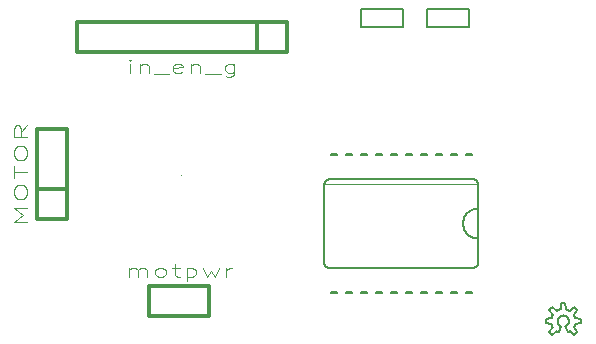
<source format=gto>
G04 ( created by brdgerber.py ( brdgerber.py v0.1 2014-03-12 ) ) date 2020-11-08 23:19:48 EST*
G04 Gerber Fmt 3.4, Leading zero omitted, Abs format*
%MOIN*%
%FSLAX34Y34*%
G01*
G70*
G90*
G04 APERTURE LIST*
%ADD20C,0.1500*%
%ADD23C,0.0059*%
%ADD11C,0.0000*%
%ADD24C,0.0472*%
%ADD21R,0.0629X0.0709*%
%ADD19R,0.0472X0.0275*%
%ADD17C,0.0120*%
%ADD15R,0.0550X0.0550*%
%ADD14C,0.0050*%
%ADD13C,0.0020*%
%ADD12C,0.0060*%
%ADD25C,0.0100*%
%ADD16C,0.0550*%
%ADD22C,0.0200*%
%ADD10R,0.0260X0.0800*%
%ADD18R,0.0709X0.0629*%
G04 APERTURE END LIST*
G54D20*
D12*
G01X04640Y14880D02*
G01X09460Y14880D01*
D12*
G01X04640Y17820D02*
G01X04636Y17820D01*
G01X04633Y17820D01*
G01X04629Y17820D01*
G01X04625Y17819D01*
G01X04622Y17819D01*
G01X04618Y17818D01*
G01X04614Y17818D01*
G01X04611Y17817D01*
G01X04607Y17816D01*
G01X04604Y17816D01*
G01X04600Y17815D01*
G01X04596Y17814D01*
G01X04593Y17812D01*
G01X04589Y17811D01*
G01X04586Y17810D01*
G01X04583Y17809D01*
G01X04579Y17807D01*
G01X04576Y17806D01*
G01X04573Y17804D01*
G01X04569Y17802D01*
G01X04566Y17801D01*
G01X04563Y17799D01*
G01X04560Y17797D01*
G01X04557Y17795D01*
G01X04554Y17793D01*
G01X04551Y17790D01*
G01X04548Y17788D01*
G01X04545Y17786D01*
G01X04542Y17784D01*
G01X04539Y17781D01*
G01X04537Y17779D01*
G01X04534Y17776D01*
G01X04531Y17773D01*
G01X04529Y17771D01*
G01X04526Y17768D01*
G01X04524Y17765D01*
G01X04522Y17762D01*
G01X04520Y17759D01*
G01X04517Y17756D01*
G01X04515Y17753D01*
G01X04513Y17750D01*
G01X04511Y17747D01*
G01X04509Y17744D01*
G01X04508Y17741D01*
G01X04506Y17737D01*
G01X04504Y17734D01*
G01X04503Y17731D01*
G01X04501Y17727D01*
G01X04500Y17724D01*
G01X04499Y17721D01*
G01X04498Y17717D01*
G01X04496Y17714D01*
G01X04495Y17710D01*
G01X04494Y17706D01*
G01X04494Y17703D01*
G01X04493Y17699D01*
G01X04492Y17696D01*
G01X04492Y17692D01*
G01X04491Y17688D01*
G01X04491Y17685D01*
G01X04490Y17681D01*
G01X04490Y17677D01*
G01X04490Y17674D01*
G01X04490Y17670D01*
D12*
G01X09610Y15030D02*
G01X09610Y15026D01*
G01X09610Y15023D01*
G01X09610Y15019D01*
G01X09609Y15015D01*
G01X09609Y15012D01*
G01X09608Y15008D01*
G01X09608Y15004D01*
G01X09607Y15001D01*
G01X09606Y14997D01*
G01X09606Y14994D01*
G01X09605Y14990D01*
G01X09604Y14986D01*
G01X09602Y14983D01*
G01X09601Y14979D01*
G01X09600Y14976D01*
G01X09599Y14973D01*
G01X09597Y14969D01*
G01X09596Y14966D01*
G01X09594Y14963D01*
G01X09592Y14959D01*
G01X09591Y14956D01*
G01X09589Y14953D01*
G01X09587Y14950D01*
G01X09585Y14947D01*
G01X09583Y14944D01*
G01X09580Y14941D01*
G01X09578Y14938D01*
G01X09576Y14935D01*
G01X09574Y14932D01*
G01X09571Y14929D01*
G01X09569Y14927D01*
G01X09566Y14924D01*
G01X09563Y14921D01*
G01X09561Y14919D01*
G01X09558Y14916D01*
G01X09555Y14914D01*
G01X09552Y14912D01*
G01X09549Y14910D01*
G01X09546Y14907D01*
G01X09543Y14905D01*
G01X09540Y14903D01*
G01X09537Y14901D01*
G01X09534Y14899D01*
G01X09531Y14898D01*
G01X09527Y14896D01*
G01X09524Y14894D01*
G01X09521Y14893D01*
G01X09517Y14891D01*
G01X09514Y14890D01*
G01X09511Y14889D01*
G01X09507Y14888D01*
G01X09504Y14886D01*
G01X09500Y14885D01*
G01X09496Y14884D01*
G01X09493Y14884D01*
G01X09489Y14883D01*
G01X09486Y14882D01*
G01X09482Y14882D01*
G01X09478Y14881D01*
G01X09475Y14881D01*
G01X09471Y14880D01*
G01X09467Y14880D01*
G01X09464Y14880D01*
G01X09460Y14880D01*
D12*
G01X04640Y14880D02*
G01X04636Y14880D01*
G01X04633Y14880D01*
G01X04629Y14880D01*
G01X04625Y14881D01*
G01X04622Y14881D01*
G01X04618Y14882D01*
G01X04614Y14882D01*
G01X04611Y14883D01*
G01X04607Y14884D01*
G01X04604Y14884D01*
G01X04600Y14885D01*
G01X04596Y14886D01*
G01X04593Y14888D01*
G01X04589Y14889D01*
G01X04586Y14890D01*
G01X04583Y14891D01*
G01X04579Y14893D01*
G01X04576Y14894D01*
G01X04573Y14896D01*
G01X04569Y14898D01*
G01X04566Y14899D01*
G01X04563Y14901D01*
G01X04560Y14903D01*
G01X04557Y14905D01*
G01X04554Y14907D01*
G01X04551Y14910D01*
G01X04548Y14912D01*
G01X04545Y14914D01*
G01X04542Y14916D01*
G01X04539Y14919D01*
G01X04537Y14921D01*
G01X04534Y14924D01*
G01X04531Y14927D01*
G01X04529Y14929D01*
G01X04526Y14932D01*
G01X04524Y14935D01*
G01X04522Y14938D01*
G01X04520Y14941D01*
G01X04517Y14944D01*
G01X04515Y14947D01*
G01X04513Y14950D01*
G01X04511Y14953D01*
G01X04509Y14956D01*
G01X04508Y14959D01*
G01X04506Y14963D01*
G01X04504Y14966D01*
G01X04503Y14969D01*
G01X04501Y14973D01*
G01X04500Y14976D01*
G01X04499Y14979D01*
G01X04498Y14983D01*
G01X04496Y14986D01*
G01X04495Y14990D01*
G01X04494Y14994D01*
G01X04494Y14997D01*
G01X04493Y15001D01*
G01X04492Y15004D01*
G01X04492Y15008D01*
G01X04491Y15012D01*
G01X04491Y15015D01*
G01X04490Y15019D01*
G01X04490Y15023D01*
G01X04490Y15026D01*
G01X04490Y15030D01*
D12*
G01X09610Y17670D02*
G01X09610Y17674D01*
G01X09610Y17677D01*
G01X09610Y17681D01*
G01X09609Y17685D01*
G01X09609Y17688D01*
G01X09608Y17692D01*
G01X09608Y17696D01*
G01X09607Y17699D01*
G01X09606Y17703D01*
G01X09606Y17706D01*
G01X09605Y17710D01*
G01X09604Y17714D01*
G01X09602Y17717D01*
G01X09601Y17721D01*
G01X09600Y17724D01*
G01X09599Y17727D01*
G01X09597Y17731D01*
G01X09596Y17734D01*
G01X09594Y17737D01*
G01X09592Y17741D01*
G01X09591Y17744D01*
G01X09589Y17747D01*
G01X09587Y17750D01*
G01X09585Y17753D01*
G01X09583Y17756D01*
G01X09580Y17759D01*
G01X09578Y17762D01*
G01X09576Y17765D01*
G01X09574Y17768D01*
G01X09571Y17771D01*
G01X09569Y17773D01*
G01X09566Y17776D01*
G01X09563Y17779D01*
G01X09561Y17781D01*
G01X09558Y17784D01*
G01X09555Y17786D01*
G01X09552Y17788D01*
G01X09549Y17790D01*
G01X09546Y17793D01*
G01X09543Y17795D01*
G01X09540Y17797D01*
G01X09537Y17799D01*
G01X09534Y17801D01*
G01X09531Y17802D01*
G01X09527Y17804D01*
G01X09524Y17806D01*
G01X09521Y17807D01*
G01X09517Y17809D01*
G01X09514Y17810D01*
G01X09511Y17811D01*
G01X09507Y17812D01*
G01X09504Y17814D01*
G01X09500Y17815D01*
G01X09496Y17816D01*
G01X09493Y17816D01*
G01X09489Y17817D01*
G01X09486Y17818D01*
G01X09482Y17818D01*
G01X09478Y17819D01*
G01X09475Y17819D01*
G01X09471Y17820D01*
G01X09467Y17820D01*
G01X09464Y17820D01*
G01X09460Y17820D01*
D12*
G01X09460Y17820D02*
G01X04640Y17820D01*
D12*
G01X04490Y17670D02*
G01X04490Y15030D01*
D12*
G01X09610Y15030D02*
G01X09610Y15850D01*
D12*
G01X09610Y15850D02*
G01X09610Y16850D01*
D12*
G01X09610Y16850D02*
G01X09610Y17670D01*
D13*
G01X09600Y17680D02*
G01X04500Y17680D01*
D12*
G01X09610Y15850D02*
G01X09585Y15851D01*
G01X09561Y15852D01*
G01X09537Y15855D01*
G01X09512Y15860D01*
G01X09489Y15865D01*
G01X09465Y15872D01*
G01X09442Y15879D01*
G01X09419Y15888D01*
G01X09396Y15898D01*
G01X09374Y15909D01*
G01X09353Y15921D01*
G01X09332Y15934D01*
G01X09312Y15948D01*
G01X09293Y15963D01*
G01X09274Y15980D01*
G01X09256Y15996D01*
G01X09240Y16014D01*
G01X09223Y16033D01*
G01X09208Y16052D01*
G01X09194Y16072D01*
G01X09181Y16093D01*
G01X09169Y16114D01*
G01X09158Y16136D01*
G01X09148Y16159D01*
G01X09139Y16182D01*
G01X09132Y16205D01*
G01X09125Y16229D01*
G01X09120Y16252D01*
G01X09115Y16277D01*
G01X09112Y16301D01*
G01X09111Y16325D01*
G01X09110Y16350D01*
G01X09111Y16375D01*
G01X09112Y16399D01*
G01X09115Y16423D01*
G01X09120Y16448D01*
G01X09125Y16471D01*
G01X09132Y16495D01*
G01X09139Y16518D01*
G01X09148Y16541D01*
G01X09158Y16564D01*
G01X09169Y16586D01*
G01X09181Y16607D01*
G01X09194Y16628D01*
G01X09208Y16648D01*
G01X09223Y16667D01*
G01X09240Y16686D01*
G01X09256Y16704D01*
G01X09274Y16720D01*
G01X09293Y16737D01*
G01X09312Y16752D01*
G01X09332Y16766D01*
G01X09353Y16779D01*
G01X09374Y16791D01*
G01X09396Y16802D01*
G01X09419Y16812D01*
G01X09442Y16821D01*
G01X09465Y16828D01*
G01X09489Y16835D01*
G01X09512Y16840D01*
G01X09537Y16845D01*
G01X09561Y16848D01*
G01X09585Y16849D01*
G01X09610Y16850D01*
D14*
G01X09400Y18670D02*
G01X09200Y18670D01*
D14*
G01X09200Y18670D02*
G01X09200Y18620D01*
D14*
G01X09200Y18620D02*
G01X09400Y18620D01*
D14*
G01X09400Y18620D02*
G01X09400Y18670D01*
D14*
G01X08900Y18670D02*
G01X08700Y18670D01*
D14*
G01X08700Y18670D02*
G01X08700Y18620D01*
D14*
G01X08700Y18620D02*
G01X08900Y18620D01*
D14*
G01X08900Y18620D02*
G01X08900Y18670D01*
D14*
G01X08400Y18670D02*
G01X08200Y18670D01*
D14*
G01X08200Y18670D02*
G01X08200Y18620D01*
D14*
G01X08200Y18620D02*
G01X08400Y18620D01*
D14*
G01X08400Y18620D02*
G01X08400Y18670D01*
D14*
G01X07900Y18670D02*
G01X07700Y18670D01*
D14*
G01X07700Y18670D02*
G01X07700Y18620D01*
D14*
G01X07700Y18620D02*
G01X07900Y18620D01*
D14*
G01X07900Y18620D02*
G01X07900Y18670D01*
D14*
G01X07400Y18670D02*
G01X07200Y18670D01*
D14*
G01X07200Y18670D02*
G01X07200Y18620D01*
D14*
G01X07200Y18620D02*
G01X07400Y18620D01*
D14*
G01X07400Y18620D02*
G01X07400Y18670D01*
D14*
G01X06900Y18670D02*
G01X06700Y18670D01*
D14*
G01X06700Y18670D02*
G01X06700Y18620D01*
D14*
G01X06700Y18620D02*
G01X06900Y18620D01*
D14*
G01X06900Y18620D02*
G01X06900Y18670D01*
D14*
G01X06400Y18670D02*
G01X06200Y18670D01*
D14*
G01X06200Y18670D02*
G01X06200Y18620D01*
D14*
G01X06200Y18620D02*
G01X06400Y18620D01*
D14*
G01X06400Y18620D02*
G01X06400Y18670D01*
D14*
G01X05900Y18670D02*
G01X05700Y18670D01*
D14*
G01X05700Y18670D02*
G01X05700Y18620D01*
D14*
G01X05700Y18620D02*
G01X05900Y18620D01*
D14*
G01X05900Y18620D02*
G01X05900Y18670D01*
D14*
G01X09400Y14080D02*
G01X09200Y14080D01*
D14*
G01X09200Y14080D02*
G01X09200Y14030D01*
D14*
G01X09200Y14030D02*
G01X09400Y14030D01*
D14*
G01X09400Y14030D02*
G01X09400Y14080D01*
D14*
G01X08900Y14080D02*
G01X08700Y14080D01*
D14*
G01X08700Y14080D02*
G01X08700Y14030D01*
D14*
G01X08700Y14030D02*
G01X08900Y14030D01*
D14*
G01X08900Y14030D02*
G01X08900Y14080D01*
D14*
G01X08400Y14080D02*
G01X08200Y14080D01*
D14*
G01X08200Y14080D02*
G01X08200Y14030D01*
D14*
G01X08200Y14030D02*
G01X08400Y14030D01*
D14*
G01X08400Y14030D02*
G01X08400Y14080D01*
D14*
G01X07900Y14080D02*
G01X07700Y14080D01*
D14*
G01X07700Y14080D02*
G01X07700Y14030D01*
D14*
G01X07700Y14030D02*
G01X07900Y14030D01*
D14*
G01X07900Y14030D02*
G01X07900Y14080D01*
D14*
G01X07400Y14080D02*
G01X07200Y14080D01*
D14*
G01X07200Y14080D02*
G01X07200Y14030D01*
D14*
G01X07200Y14030D02*
G01X07400Y14030D01*
D14*
G01X07400Y14030D02*
G01X07400Y14080D01*
D14*
G01X06900Y14080D02*
G01X06700Y14080D01*
D14*
G01X06700Y14080D02*
G01X06700Y14030D01*
D14*
G01X06700Y14030D02*
G01X06900Y14030D01*
D14*
G01X06900Y14030D02*
G01X06900Y14080D01*
D14*
G01X06400Y14080D02*
G01X06200Y14080D01*
D14*
G01X06200Y14080D02*
G01X06200Y14030D01*
D14*
G01X06200Y14030D02*
G01X06400Y14030D01*
D14*
G01X06400Y14030D02*
G01X06400Y14080D01*
D14*
G01X05900Y14080D02*
G01X05700Y14080D01*
D14*
G01X05700Y14080D02*
G01X05700Y14030D01*
D14*
G01X05700Y14030D02*
G01X05900Y14030D01*
D14*
G01X05900Y14030D02*
G01X05900Y14080D01*
D14*
G01X05400Y14080D02*
G01X05200Y14080D01*
D14*
G01X05200Y14080D02*
G01X05200Y14030D01*
D14*
G01X05200Y14030D02*
G01X05400Y14030D01*
D14*
G01X05400Y14030D02*
G01X05400Y14080D01*
D14*
G01X04900Y14080D02*
G01X04700Y14080D01*
D14*
G01X04700Y14080D02*
G01X04700Y14030D01*
D14*
G01X04700Y14030D02*
G01X04900Y14030D01*
D14*
G01X04900Y14030D02*
G01X04900Y14080D01*
D14*
G01X05400Y18670D02*
G01X05200Y18670D01*
D14*
G01X05200Y18670D02*
G01X05200Y18620D01*
D14*
G01X05200Y18620D02*
G01X05400Y18620D01*
D14*
G01X05400Y18620D02*
G01X05400Y18670D01*
D14*
G01X04900Y18670D02*
G01X04700Y18670D01*
D14*
G01X04700Y18670D02*
G01X04700Y18620D01*
D14*
G01X04700Y18620D02*
G01X04900Y18620D01*
D14*
G01X04900Y18620D02*
G01X04900Y18670D01*
D17*
G01X03250Y22050D02*
G01X03250Y22050D01*
D17*
G01X03250Y22050D02*
G01X-03750Y22050D01*
D17*
G01X-03750Y22050D02*
G01X-03750Y23050D01*
D17*
G01X-03750Y23050D02*
G01X03250Y23050D01*
D17*
G01X03250Y23050D02*
G01X03250Y22050D01*
D17*
G01X02250Y23050D02*
G01X02250Y23050D01*
D17*
G01X02250Y23050D02*
G01X02250Y22050D01*
D11*
G01X-01985Y21377D02*
G01X-01985Y21662D01*
D11*
G01X-01985Y21805D02*
G01X-02017Y21784D01*
G01X-01985Y21764D01*
G01X-01953Y21784D01*
G01X-01985Y21805D01*
G01X-01985Y21764D01*
D11*
G01X-01661Y21662D02*
G01X-01661Y21377D01*
D11*
G01X-01661Y21621D02*
G01X-01628Y21642D01*
G01X-01563Y21662D01*
G01X-01466Y21662D01*
G01X-01401Y21642D01*
G01X-01369Y21601D01*
G01X-01369Y21377D01*
D11*
G01X-01207Y21336D02*
G01X-00688Y21336D01*
D11*
G01X-00266Y21397D02*
G01X-00331Y21377D01*
G01X-00461Y21377D01*
G01X-00526Y21397D01*
G01X-00558Y21438D01*
G01X-00558Y21601D01*
G01X-00526Y21642D01*
G01X-00461Y21662D01*
G01X-00331Y21662D01*
G01X-00266Y21642D01*
G01X-00234Y21601D01*
G01X-00234Y21560D01*
G01X-00558Y21519D01*
D11*
G01X00058Y21662D02*
G01X00058Y21377D01*
D11*
G01X00058Y21621D02*
G01X00091Y21642D01*
G01X00155Y21662D01*
G01X00253Y21662D01*
G01X00318Y21642D01*
G01X00350Y21601D01*
G01X00350Y21377D01*
D11*
G01X00512Y21336D02*
G01X01031Y21336D01*
D11*
G01X01485Y21662D02*
G01X01485Y21316D01*
G01X01452Y21275D01*
G01X01420Y21254D01*
G01X01355Y21234D01*
G01X01258Y21234D01*
G01X01193Y21254D01*
D11*
G01X01485Y21397D02*
G01X01420Y21377D01*
G01X01290Y21377D01*
G01X01226Y21397D01*
G01X01193Y21418D01*
G01X01161Y21458D01*
G01X01161Y21581D01*
G01X01193Y21621D01*
G01X01226Y21642D01*
G01X01290Y21662D01*
G01X01420Y21662D01*
G01X01485Y21642D01*
D14*
G01X05700Y23500D02*
G01X07100Y23500D01*
D14*
G01X07100Y23500D02*
G01X07100Y22900D01*
D14*
G01X07100Y22900D02*
G01X05700Y22900D01*
D14*
G01X05700Y22900D02*
G01X05700Y23500D01*
D11*
G01X-00300Y17950D02*
G01X-00300Y17950D01*
G01X-00300Y17950D01*
G01X-00300Y17950D01*
G01X-00300Y17950D01*
G01X-00300Y17950D01*
G01X-00300Y17950D01*
G01X-00300Y17950D01*
G01X-00300Y17950D01*
G01X-00300Y17950D01*
G01X-00300Y17950D01*
G01X-00300Y17950D01*
G01X-00300Y17950D01*
G01X-00300Y17950D01*
G01X-00300Y17950D01*
G01X-00300Y17950D01*
D11*
G01X-00300Y17950D02*
G01X-00300Y17950D01*
G01X-00300Y17950D01*
G01X-00300Y17950D01*
G01X-00300Y17950D01*
G01X-00300Y17950D01*
G01X-00300Y17950D01*
G01X-00300Y17950D01*
G01X-00300Y17950D01*
G01X-00300Y17950D01*
G01X-00300Y17950D01*
G01X-00300Y17950D01*
D11*
G01X-00300Y17950D02*
G01X-00300Y17950D01*
D11*
G01X-00300Y17950D02*
G01X-00300Y17950D01*
G01X-00300Y17950D01*
G01X-00300Y17950D01*
G01X-00300Y17950D01*
D11*
G01X-00300Y17950D02*
G01X-00300Y17950D01*
G01X-00300Y17950D01*
G01X-00300Y17950D01*
G01X-00300Y17950D01*
G01X-00300Y17950D01*
G01X-00300Y17950D01*
G01X-00300Y17950D01*
G01X-00300Y17950D01*
G01X-00300Y17950D01*
G01X-00300Y17950D01*
G01X-00300Y17950D01*
G01X-00300Y17950D01*
D11*
G01X-00300Y17950D02*
G01X-00300Y17950D01*
G01X-00300Y17950D01*
G01X-00300Y17950D01*
G01X-00300Y17950D01*
D17*
G01X-01350Y13250D02*
G01X-01350Y14250D01*
D17*
G01X-01350Y14250D02*
G01X00650Y14250D01*
D17*
G01X00650Y14250D02*
G01X00650Y13250D01*
D17*
G01X00650Y13250D02*
G01X-01350Y13250D01*
D11*
G01X-02020Y14577D02*
G01X-02020Y14862D01*
D11*
G01X-02020Y14821D02*
G01X-01988Y14842D01*
G01X-01923Y14862D01*
G01X-01825Y14862D01*
G01X-01761Y14842D01*
G01X-01728Y14801D01*
G01X-01728Y14577D01*
D11*
G01X-01728Y14801D02*
G01X-01696Y14842D01*
G01X-01631Y14862D01*
G01X-01534Y14862D01*
G01X-01469Y14842D01*
G01X-01436Y14801D01*
G01X-01436Y14577D01*
D11*
G01X-01015Y14577D02*
G01X-01080Y14597D01*
G01X-01112Y14618D01*
G01X-01144Y14658D01*
G01X-01144Y14781D01*
G01X-01112Y14821D01*
G01X-01080Y14842D01*
G01X-01015Y14862D01*
G01X-00918Y14862D01*
G01X-00853Y14842D01*
G01X-00820Y14821D01*
G01X-00788Y14781D01*
G01X-00788Y14658D01*
G01X-00820Y14618D01*
G01X-00853Y14597D01*
G01X-00917Y14577D01*
G01X-01015Y14577D01*
D11*
G01X-00593Y14862D02*
G01X-00334Y14862D01*
D11*
G01X-00496Y15005D02*
G01X-00496Y14638D01*
G01X-00463Y14597D01*
G01X-00399Y14577D01*
G01X-00334Y14577D01*
D11*
G01X-00107Y14862D02*
G01X-00107Y14434D01*
D11*
G01X-00107Y14842D02*
G01X-00042Y14862D01*
G01X00088Y14862D01*
G01X00153Y14842D01*
G01X00185Y14821D01*
G01X00217Y14781D01*
G01X00217Y14658D01*
G01X00185Y14618D01*
G01X00153Y14597D01*
G01X00088Y14577D01*
G01X-00042Y14577D01*
G01X-00107Y14597D01*
D11*
G01X00444Y14862D02*
G01X00574Y14577D01*
G01X00704Y14781D01*
G01X00834Y14577D01*
G01X00963Y14862D01*
D11*
G01X01223Y14577D02*
G01X01223Y14862D01*
D11*
G01X01223Y14781D02*
G01X01255Y14821D01*
G01X01288Y14842D01*
G01X01352Y14862D01*
G01X01417Y14862D01*
D17*
G01X-04100Y16500D02*
G01X-05100Y16500D01*
D17*
G01X-05100Y16500D02*
G01X-05100Y19500D01*
D17*
G01X-05100Y19500D02*
G01X-04100Y19500D01*
D17*
G01X-04100Y19500D02*
G01X-04100Y16500D01*
D17*
G01X-05100Y17500D02*
G01X-04100Y17500D01*
D11*
G01X-05428Y16405D02*
G01X-05852Y16405D01*
G01X-05550Y16640D01*
G01X-05852Y16875D01*
G01X-05428Y16875D01*
D11*
G01X-05852Y17345D02*
G01X-05852Y17480D01*
G01X-05832Y17547D01*
G01X-05792Y17614D01*
G01X-05711Y17648D01*
G01X-05570Y17648D01*
G01X-05489Y17614D01*
G01X-05449Y17547D01*
G01X-05428Y17480D01*
G01X-05428Y17345D01*
G01X-05449Y17278D01*
G01X-05489Y17211D01*
G01X-05570Y17178D01*
G01X-05711Y17178D01*
G01X-05792Y17211D01*
G01X-05832Y17278D01*
G01X-05852Y17345D01*
D11*
G01X-05852Y17849D02*
G01X-05852Y18252D01*
D11*
G01X-05428Y18050D02*
G01X-05852Y18050D01*
D11*
G01X-05852Y18621D02*
G01X-05852Y18755D01*
G01X-05832Y18822D01*
G01X-05792Y18890D01*
G01X-05711Y18923D01*
G01X-05570Y18923D01*
G01X-05489Y18890D01*
G01X-05449Y18822D01*
G01X-05428Y18755D01*
G01X-05428Y18621D01*
G01X-05449Y18554D01*
G01X-05489Y18487D01*
G01X-05570Y18453D01*
G01X-05711Y18453D01*
G01X-05792Y18487D01*
G01X-05832Y18554D01*
G01X-05852Y18621D01*
D11*
G01X-05428Y19628D02*
G01X-05630Y19393D01*
D11*
G01X-05428Y19225D02*
G01X-05852Y19225D01*
G01X-05852Y19494D01*
G01X-05832Y19561D01*
G01X-05812Y19595D01*
G01X-05772Y19628D01*
G01X-05711Y19628D01*
G01X-05671Y19595D01*
G01X-05650Y19561D01*
G01X-05630Y19494D01*
G01X-05630Y19225D01*
D14*
G01X07900Y23500D02*
G01X09300Y23500D01*
D14*
G01X09300Y23500D02*
G01X09300Y22900D01*
D14*
G01X09300Y22900D02*
G01X07900Y22900D01*
D14*
G01X07900Y22900D02*
G01X07900Y23500D01*
D23*
G01X12605Y12725D02*
G01X12606Y12725D01*
G01X12607Y12726D01*
G01X12608Y12726D01*
G01X12609Y12727D01*
G01X12610Y12727D01*
G01X12611Y12727D01*
G01X12612Y12728D01*
G01X12613Y12728D01*
G01X12614Y12729D01*
G01X12615Y12729D01*
G01X12616Y12730D01*
G01X12616Y12730D01*
G01X12617Y12730D01*
G01X12618Y12731D01*
G01X12619Y12731D01*
G01X12620Y12732D01*
G01X12621Y12732D01*
G01X12622Y12733D01*
G01X12623Y12733D01*
G01X12624Y12733D01*
G01X12625Y12734D01*
G01X12626Y12734D01*
G01X12627Y12735D01*
G01X12628Y12735D01*
G01X12629Y12736D01*
G01X12630Y12736D01*
G01X12631Y12737D01*
G01X12631Y12737D01*
G01X12632Y12738D01*
G01X12633Y12738D01*
G01X12634Y12738D01*
G01X12635Y12739D01*
G01X12636Y12739D01*
G01X12637Y12740D01*
G01X12638Y12740D01*
G01X12639Y12741D01*
G01X12640Y12741D01*
G01X12641Y12742D01*
G01X12642Y12742D01*
G01X12643Y12743D01*
G01X12643Y12743D01*
G01X12644Y12744D01*
G01X12645Y12744D01*
G01X12646Y12745D01*
G01X12647Y12745D01*
G01X12648Y12746D01*
G01X12649Y12746D01*
G01X12650Y12747D01*
G01X12651Y12747D01*
G01X12652Y12748D01*
G01X12653Y12748D01*
G01X12653Y12749D01*
G01X12654Y12749D01*
G01X12655Y12750D01*
G01X12656Y12751D01*
G01X12657Y12751D01*
G01X12658Y12752D01*
G01X12659Y12752D01*
G01X12660Y12753D01*
G01X12661Y12753D01*
G01X12662Y12754D01*
G01X12662Y12754D01*
G01X12663Y12755D01*
G01X12664Y12755D01*
D23*
G01X12665Y12756D02*
G01X12813Y12635D01*
D23*
G01X12813Y12635D02*
G01X12915Y12737D01*
D23*
G01X12915Y12737D02*
G01X12794Y12885D01*
D23*
G01X12794Y12885D02*
G01X12795Y12887D01*
G01X12796Y12889D01*
G01X12797Y12890D01*
G01X12798Y12892D01*
G01X12799Y12894D01*
G01X12801Y12896D01*
G01X12802Y12898D01*
G01X12803Y12899D01*
G01X12804Y12901D01*
G01X12805Y12903D01*
G01X12806Y12905D01*
G01X12807Y12907D01*
G01X12808Y12909D01*
G01X12809Y12910D01*
G01X12810Y12912D01*
G01X12811Y12914D01*
G01X12812Y12916D01*
G01X12813Y12918D01*
G01X12813Y12920D01*
G01X12814Y12922D01*
G01X12815Y12924D01*
G01X12816Y12926D01*
G01X12817Y12927D01*
G01X12818Y12929D01*
G01X12819Y12931D01*
G01X12820Y12933D01*
G01X12821Y12935D01*
G01X12821Y12937D01*
G01X12822Y12939D01*
G01X12823Y12941D01*
G01X12824Y12943D01*
G01X12825Y12945D01*
G01X12826Y12947D01*
G01X12826Y12949D01*
G01X12827Y12951D01*
G01X12828Y12953D01*
G01X12829Y12954D01*
G01X12829Y12956D01*
G01X12830Y12958D01*
G01X12831Y12960D01*
G01X12832Y12962D01*
G01X12832Y12964D01*
G01X12833Y12966D01*
G01X12834Y12968D01*
G01X12834Y12970D01*
G01X12835Y12972D01*
G01X12836Y12974D01*
G01X12836Y12976D01*
G01X12837Y12978D01*
G01X12838Y12980D01*
G01X12838Y12982D01*
G01X12839Y12984D01*
G01X12839Y12986D01*
G01X12840Y12988D01*
G01X12841Y12990D01*
G01X12841Y12992D01*
G01X12842Y12994D01*
G01X12842Y12996D01*
G01X12843Y12999D01*
G01X12843Y13001D01*
G01X12844Y13003D01*
G01X12844Y13005D01*
G01X12845Y13007D01*
G01X12845Y13009D01*
D23*
G01X12845Y13009D02*
G01X13036Y13029D01*
D23*
G01X13036Y13029D02*
G01X13036Y13171D01*
D23*
G01X13036Y13171D02*
G01X12845Y13191D01*
D23*
G01X12845Y13191D02*
G01X12845Y13193D01*
G01X12844Y13195D01*
G01X12844Y13197D01*
G01X12843Y13199D01*
G01X12843Y13201D01*
G01X12842Y13203D01*
G01X12841Y13205D01*
G01X12841Y13207D01*
G01X12840Y13209D01*
G01X12840Y13211D01*
G01X12839Y13213D01*
G01X12839Y13215D01*
G01X12838Y13217D01*
G01X12837Y13219D01*
G01X12837Y13221D01*
G01X12836Y13223D01*
G01X12835Y13225D01*
G01X12835Y13227D01*
G01X12834Y13229D01*
G01X12833Y13231D01*
G01X12833Y13233D01*
G01X12832Y13235D01*
G01X12831Y13237D01*
G01X12831Y13239D01*
G01X12830Y13241D01*
G01X12829Y13243D01*
G01X12828Y13245D01*
G01X12828Y13247D01*
G01X12827Y13249D01*
G01X12826Y13251D01*
G01X12825Y13253D01*
G01X12825Y13255D01*
G01X12824Y13257D01*
G01X12823Y13259D01*
G01X12822Y13261D01*
G01X12821Y13263D01*
G01X12820Y13265D01*
G01X12820Y13267D01*
G01X12819Y13268D01*
G01X12818Y13270D01*
G01X12817Y13272D01*
G01X12816Y13274D01*
G01X12815Y13276D01*
G01X12814Y13278D01*
G01X12813Y13280D01*
G01X12812Y13282D01*
G01X12811Y13284D01*
G01X12810Y13285D01*
G01X12809Y13287D01*
G01X12809Y13289D01*
G01X12808Y13291D01*
G01X12807Y13293D01*
G01X12806Y13295D01*
G01X12805Y13297D01*
G01X12803Y13298D01*
G01X12802Y13300D01*
G01X12801Y13302D01*
G01X12800Y13304D01*
G01X12799Y13306D01*
G01X12798Y13307D01*
G01X12797Y13309D01*
G01X12796Y13311D01*
G01X12795Y13313D01*
G01X12794Y13315D01*
D23*
G01X12794Y13315D02*
G01X12915Y13463D01*
D23*
G01X12915Y13463D02*
G01X12813Y13565D01*
D23*
G01X12813Y13565D02*
G01X12665Y13444D01*
D23*
G01X12665Y13444D02*
G01X12663Y13445D01*
G01X12661Y13446D01*
G01X12660Y13447D01*
G01X12658Y13448D01*
G01X12656Y13449D01*
G01X12654Y13451D01*
G01X12652Y13452D01*
G01X12651Y13453D01*
G01X12649Y13454D01*
G01X12647Y13455D01*
G01X12645Y13456D01*
G01X12643Y13457D01*
G01X12641Y13458D01*
G01X12640Y13459D01*
G01X12638Y13460D01*
G01X12636Y13461D01*
G01X12634Y13462D01*
G01X12632Y13463D01*
G01X12630Y13463D01*
G01X12628Y13464D01*
G01X12626Y13465D01*
G01X12624Y13466D01*
G01X12623Y13467D01*
G01X12621Y13468D01*
G01X12619Y13469D01*
G01X12617Y13470D01*
G01X12615Y13471D01*
G01X12613Y13471D01*
G01X12611Y13472D01*
G01X12609Y13473D01*
G01X12607Y13474D01*
G01X12605Y13475D01*
G01X12603Y13476D01*
G01X12601Y13476D01*
G01X12599Y13477D01*
G01X12597Y13478D01*
G01X12596Y13479D01*
G01X12594Y13479D01*
G01X12592Y13480D01*
G01X12590Y13481D01*
G01X12588Y13482D01*
G01X12586Y13482D01*
G01X12584Y13483D01*
G01X12582Y13484D01*
G01X12580Y13484D01*
G01X12578Y13485D01*
G01X12576Y13486D01*
G01X12574Y13486D01*
G01X12572Y13487D01*
G01X12570Y13488D01*
G01X12568Y13488D01*
G01X12566Y13489D01*
G01X12564Y13489D01*
G01X12562Y13490D01*
G01X12560Y13491D01*
G01X12558Y13491D01*
G01X12556Y13492D01*
G01X12554Y13492D01*
G01X12551Y13493D01*
G01X12549Y13493D01*
G01X12547Y13494D01*
G01X12545Y13494D01*
G01X12543Y13495D01*
G01X12541Y13495D01*
D23*
G01X12541Y13495D02*
G01X12521Y13686D01*
D23*
G01X12521Y13686D02*
G01X12379Y13686D01*
D23*
G01X12379Y13686D02*
G01X12359Y13495D01*
D23*
G01X12359Y13495D02*
G01X12357Y13495D01*
G01X12355Y13494D01*
G01X12353Y13494D01*
G01X12351Y13493D01*
G01X12349Y13493D01*
G01X12347Y13492D01*
G01X12345Y13491D01*
G01X12343Y13491D01*
G01X12341Y13490D01*
G01X12339Y13490D01*
G01X12337Y13489D01*
G01X12335Y13489D01*
G01X12333Y13488D01*
G01X12331Y13487D01*
G01X12329Y13487D01*
G01X12327Y13486D01*
G01X12325Y13485D01*
G01X12323Y13485D01*
G01X12321Y13484D01*
G01X12319Y13483D01*
G01X12317Y13483D01*
G01X12315Y13482D01*
G01X12313Y13481D01*
G01X12311Y13481D01*
G01X12309Y13480D01*
G01X12307Y13479D01*
G01X12305Y13478D01*
G01X12303Y13478D01*
G01X12301Y13477D01*
G01X12299Y13476D01*
G01X12297Y13475D01*
G01X12295Y13475D01*
G01X12293Y13474D01*
G01X12291Y13473D01*
G01X12289Y13472D01*
G01X12287Y13471D01*
G01X12285Y13470D01*
G01X12283Y13470D01*
G01X12282Y13469D01*
G01X12280Y13468D01*
G01X12278Y13467D01*
G01X12276Y13466D01*
G01X12274Y13465D01*
G01X12272Y13464D01*
G01X12270Y13463D01*
G01X12268Y13462D01*
G01X12266Y13461D01*
G01X12265Y13460D01*
G01X12263Y13459D01*
G01X12261Y13459D01*
G01X12259Y13458D01*
G01X12257Y13457D01*
G01X12255Y13456D01*
G01X12253Y13455D01*
G01X12252Y13453D01*
G01X12250Y13452D01*
G01X12248Y13451D01*
G01X12246Y13450D01*
G01X12244Y13449D01*
G01X12243Y13448D01*
G01X12241Y13447D01*
G01X12239Y13446D01*
G01X12237Y13445D01*
G01X12235Y13444D01*
D23*
G01X12235Y13444D02*
G01X12087Y13565D01*
D23*
G01X12087Y13565D02*
G01X11985Y13463D01*
D23*
G01X11985Y13463D02*
G01X12106Y13315D01*
D23*
G01X12106Y13315D02*
G01X12105Y13313D01*
G01X12104Y13311D01*
G01X12103Y13310D01*
G01X12102Y13308D01*
G01X12101Y13306D01*
G01X12099Y13304D01*
G01X12098Y13302D01*
G01X12097Y13301D01*
G01X12096Y13299D01*
G01X12095Y13297D01*
G01X12094Y13295D01*
G01X12093Y13293D01*
G01X12092Y13291D01*
G01X12091Y13290D01*
G01X12090Y13288D01*
G01X12089Y13286D01*
G01X12088Y13284D01*
G01X12087Y13282D01*
G01X12087Y13280D01*
G01X12086Y13278D01*
G01X12085Y13276D01*
G01X12084Y13274D01*
G01X12083Y13273D01*
G01X12082Y13271D01*
G01X12081Y13269D01*
G01X12080Y13267D01*
G01X12079Y13265D01*
G01X12079Y13263D01*
G01X12078Y13261D01*
G01X12077Y13259D01*
G01X12076Y13257D01*
G01X12075Y13255D01*
G01X12074Y13253D01*
G01X12074Y13251D01*
G01X12073Y13249D01*
G01X12072Y13247D01*
G01X12071Y13246D01*
G01X12071Y13244D01*
G01X12070Y13242D01*
G01X12069Y13240D01*
G01X12068Y13238D01*
G01X12068Y13236D01*
G01X12067Y13234D01*
G01X12066Y13232D01*
G01X12066Y13230D01*
G01X12065Y13228D01*
G01X12064Y13226D01*
G01X12064Y13224D01*
G01X12063Y13222D01*
G01X12062Y13220D01*
G01X12062Y13218D01*
G01X12061Y13216D01*
G01X12061Y13214D01*
G01X12060Y13212D01*
G01X12059Y13210D01*
G01X12059Y13208D01*
G01X12058Y13206D01*
G01X12058Y13204D01*
G01X12057Y13201D01*
G01X12057Y13199D01*
G01X12056Y13197D01*
G01X12056Y13195D01*
G01X12055Y13193D01*
G01X12055Y13191D01*
D23*
G01X12055Y13191D02*
G01X11864Y13171D01*
D23*
G01X11864Y13171D02*
G01X11864Y13029D01*
D23*
G01X11864Y13029D02*
G01X12055Y13009D01*
D23*
G01X12055Y13009D02*
G01X12055Y13007D01*
G01X12056Y13005D01*
G01X12056Y13003D01*
G01X12057Y13001D01*
G01X12057Y12999D01*
G01X12058Y12997D01*
G01X12059Y12995D01*
G01X12059Y12993D01*
G01X12060Y12991D01*
G01X12060Y12989D01*
G01X12061Y12987D01*
G01X12061Y12985D01*
G01X12062Y12983D01*
G01X12063Y12981D01*
G01X12063Y12979D01*
G01X12064Y12977D01*
G01X12065Y12975D01*
G01X12065Y12973D01*
G01X12066Y12971D01*
G01X12067Y12969D01*
G01X12067Y12967D01*
G01X12068Y12965D01*
G01X12069Y12963D01*
G01X12069Y12961D01*
G01X12070Y12959D01*
G01X12071Y12957D01*
G01X12072Y12955D01*
G01X12072Y12953D01*
G01X12073Y12951D01*
G01X12074Y12949D01*
G01X12075Y12947D01*
G01X12075Y12945D01*
G01X12076Y12943D01*
G01X12077Y12941D01*
G01X12078Y12939D01*
G01X12079Y12937D01*
G01X12080Y12935D01*
G01X12080Y12933D01*
G01X12081Y12932D01*
G01X12082Y12930D01*
G01X12083Y12928D01*
G01X12084Y12926D01*
G01X12085Y12924D01*
G01X12086Y12922D01*
G01X12087Y12920D01*
G01X12088Y12918D01*
G01X12089Y12916D01*
G01X12090Y12915D01*
G01X12091Y12913D01*
G01X12091Y12911D01*
G01X12092Y12909D01*
G01X12093Y12907D01*
G01X12094Y12905D01*
G01X12095Y12903D01*
G01X12097Y12902D01*
G01X12098Y12900D01*
G01X12099Y12898D01*
G01X12100Y12896D01*
G01X12101Y12894D01*
G01X12102Y12893D01*
G01X12103Y12891D01*
G01X12104Y12889D01*
G01X12105Y12887D01*
G01X12106Y12885D01*
D23*
G01X12106Y12885D02*
G01X11985Y12737D01*
D23*
G01X11985Y12737D02*
G01X12087Y12635D01*
D23*
G01X12087Y12635D02*
G01X12235Y12756D01*
D23*
G01X12235Y12756D02*
G01X12236Y12755D01*
G01X12237Y12755D01*
G01X12238Y12754D01*
G01X12239Y12754D01*
G01X12239Y12753D01*
G01X12240Y12753D01*
G01X12241Y12752D01*
G01X12242Y12752D01*
G01X12243Y12751D01*
G01X12244Y12751D01*
G01X12245Y12750D01*
G01X12246Y12750D01*
G01X12247Y12749D01*
G01X12247Y12749D01*
G01X12248Y12748D01*
G01X12249Y12747D01*
G01X12250Y12747D01*
G01X12251Y12746D01*
G01X12252Y12746D01*
G01X12253Y12745D01*
G01X12254Y12745D01*
G01X12255Y12744D01*
G01X12256Y12744D01*
G01X12257Y12743D01*
G01X12257Y12743D01*
G01X12258Y12742D01*
G01X12259Y12742D01*
G01X12260Y12741D01*
G01X12261Y12741D01*
G01X12262Y12740D01*
G01X12263Y12740D01*
G01X12264Y12740D01*
G01X12265Y12739D01*
G01X12266Y12739D01*
G01X12267Y12738D01*
G01X12268Y12738D01*
G01X12269Y12737D01*
G01X12269Y12737D01*
G01X12270Y12736D01*
G01X12271Y12736D01*
G01X12272Y12735D01*
G01X12273Y12735D01*
G01X12274Y12734D01*
G01X12275Y12734D01*
G01X12276Y12734D01*
G01X12277Y12733D01*
G01X12278Y12733D01*
G01X12279Y12732D01*
G01X12280Y12732D01*
G01X12281Y12731D01*
G01X12282Y12731D01*
G01X12283Y12730D01*
G01X12284Y12730D01*
G01X12285Y12730D01*
G01X12285Y12729D01*
G01X12286Y12729D01*
G01X12287Y12728D01*
G01X12288Y12728D01*
G01X12289Y12728D01*
G01X12290Y12727D01*
G01X12291Y12727D01*
G01X12292Y12726D01*
G01X12293Y12726D01*
G01X12294Y12726D01*
D23*
G01X12295Y12725D02*
G01X12380Y12930D01*
D23*
G01X12380Y12930D02*
G01X12377Y12931D01*
G01X12374Y12933D01*
G01X12371Y12934D01*
G01X12368Y12936D01*
G01X12365Y12937D01*
G01X12362Y12939D01*
G01X12359Y12940D01*
G01X12356Y12942D01*
G01X12353Y12944D01*
G01X12350Y12946D01*
G01X12347Y12948D01*
G01X12344Y12949D01*
G01X12342Y12951D01*
G01X12339Y12953D01*
G01X12336Y12956D01*
G01X12334Y12958D01*
G01X12331Y12960D01*
G01X12329Y12962D01*
G01X12326Y12964D01*
G01X12324Y12967D01*
G01X12321Y12969D01*
G01X12319Y12971D01*
G01X12316Y12974D01*
G01X12314Y12976D01*
G01X12312Y12979D01*
G01X12310Y12981D01*
G01X12307Y12984D01*
G01X12305Y12987D01*
G01X12303Y12989D01*
G01X12301Y12992D01*
G01X12299Y12995D01*
G01X12297Y12998D01*
G01X12295Y13000D01*
G01X12294Y13003D01*
G01X12292Y13006D01*
G01X12290Y13009D01*
G01X12289Y13012D01*
G01X12287Y13015D01*
G01X12285Y13018D01*
G01X12284Y13021D01*
G01X12283Y13024D01*
G01X12281Y13027D01*
G01X12280Y13030D01*
G01X12279Y13033D01*
G01X12277Y13037D01*
G01X12276Y13040D01*
G01X12275Y13043D01*
G01X12274Y13046D01*
G01X12273Y13050D01*
G01X12272Y13053D01*
G01X12271Y13056D01*
G01X12271Y13059D01*
G01X12270Y13063D01*
G01X12269Y13066D01*
G01X12269Y13069D01*
G01X12268Y13073D01*
G01X12268Y13076D01*
G01X12267Y13079D01*
G01X12267Y13083D01*
G01X12267Y13086D01*
G01X12266Y13089D01*
G01X12266Y13093D01*
G01X12266Y13096D01*
G01X12266Y13100D01*
D23*
G01X12266Y13100D02*
G01X12266Y13112D01*
G01X12268Y13125D01*
G01X12270Y13137D01*
G01X12273Y13149D01*
G01X12276Y13161D01*
G01X12281Y13172D01*
G01X12286Y13184D01*
G01X12292Y13195D01*
G01X12299Y13205D01*
G01X12306Y13215D01*
G01X12314Y13224D01*
G01X12323Y13233D01*
G01X12332Y13241D01*
G01X12342Y13249D01*
G01X12352Y13256D01*
G01X12363Y13262D01*
G01X12374Y13268D01*
G01X12386Y13272D01*
G01X12398Y13276D01*
G01X12410Y13280D01*
G01X12422Y13282D01*
G01X12434Y13283D01*
G01X12446Y13284D01*
G01X12459Y13284D01*
G01X12471Y13283D01*
G01X12484Y13281D01*
G01X12496Y13278D01*
G01X12508Y13275D01*
G01X12519Y13270D01*
G01X12531Y13265D01*
G01X12542Y13260D01*
G01X12552Y13253D01*
G01X12562Y13246D01*
G01X12572Y13238D01*
G01X12581Y13229D01*
G01X12589Y13220D01*
G01X12597Y13211D01*
G01X12604Y13200D01*
G01X12611Y13190D01*
G01X12616Y13179D01*
G01X12621Y13167D01*
G01X12625Y13156D01*
G01X12629Y13144D01*
G01X12631Y13132D01*
G01X12633Y13119D01*
G01X12634Y13107D01*
G01X12634Y13095D01*
G01X12633Y13082D01*
G01X12632Y13070D01*
G01X12629Y13058D01*
G01X12626Y13046D01*
G01X12622Y13034D01*
G01X12617Y13023D01*
G01X12611Y13012D01*
G01X12605Y13001D01*
G01X12598Y12991D01*
G01X12590Y12981D01*
G01X12582Y12972D01*
G01X12573Y12963D01*
G01X12563Y12955D01*
G01X12553Y12948D01*
G01X12543Y12941D01*
G01X12532Y12935D01*
G01X12521Y12930D01*
D23*
G01X12520Y12930D02*
G01X12605Y12725D01*
M02*

</source>
